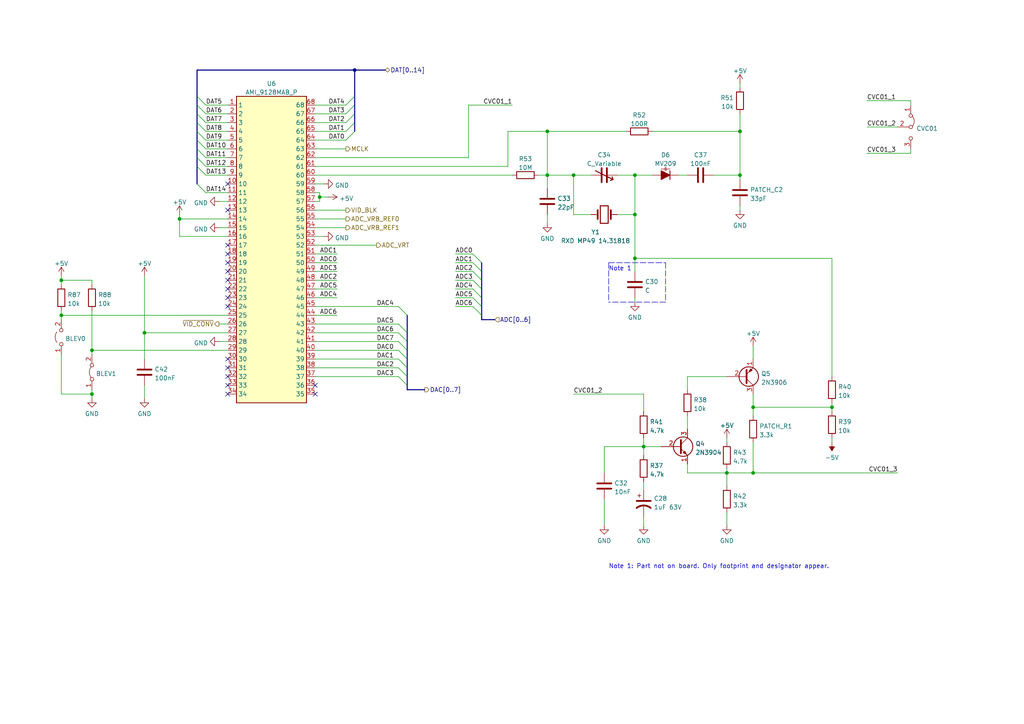
<source format=kicad_sch>
(kicad_sch (version 20211123) (generator eeschema)
  (paper "A4")
  (title_block (title "Video Processor (DSP)") (date "2023-07-23") (rev "4"))
  (lib_symbols
    (symbol "Device:C" (pin_numbers hide) (pin_names (offset 0.254))
      (property "Reference" "C" (at 0.635 2.54 0))
      (property "Value" "C" (at 0.635 -2.54 0))
      (symbol "C_0_1"
        (polyline (pts (xy -2.032 -0.762) (xy 2.032 -0.762)) (stroke (width 0.508)))
        (polyline (pts (xy -2.032 0.762) (xy 2.032 0.762)) (stroke (width 0.508)))
      )
      (symbol "C_1_1"
        (pin passive line (at 0 3.81 270) (length 2.794) (name "~") (number "1"))
        (pin passive line (at 0 -3.81 90) (length 2.794) (name "~") (number "2"))
      )
    )
    (symbol "Device:C_Polarized_US" (pin_numbers hide) (pin_names (offset 0.254) hide)
      (property "Reference" "C" (at 0.635 2.54 0))
      (property "Value" "C_Polarized_US" (at 0.635 -2.54 0))
      (symbol "C_Polarized_US_0_1"
        (polyline (pts (xy -2.032 0.762) (xy 2.032 0.762)) (stroke (width 0.508)))
        (polyline (pts (xy -1.778 2.286) (xy -0.762 2.286)))
        (polyline (pts (xy -1.27 1.778) (xy -1.27 2.794)))
        (arc (start 2.032 -1.27) (mid 0 -0.5572) (end -2.032 -1.27) (stroke (width 0.508)))
      )
      (symbol "C_Polarized_US_1_1"
        (pin passive line (at 0 3.81 270) (length 2.794) (name "~") (number "1"))
        (pin passive line (at 0 -3.81 90) (length 3.302) (name "~") (number "2"))
      )
    )
    (symbol "Device:C_Variable" (pin_numbers hide) (pin_names (offset 0.254) hide)
      (property "Reference" "C" (at 0.635 -1.905 0))
      (property "Value" "C_Variable" (at 0.635 -3.81 0))
      (symbol "C_Variable_0_1"
        (polyline (pts (xy -2.032 -0.762) (xy 2.032 -0.762)) (stroke (width 0.508)))
        (polyline (pts (xy -2.032 0.762) (xy 2.032 0.762)) (stroke (width 0.508)))
        (polyline (pts (xy 1.27 2.54) (xy -1.27 -2.54)) (stroke (width 0.3048)))
        (polyline (pts (xy 1.27 2.54) (xy 0.508 2.286)) (stroke (width 0.3048)))
        (polyline (pts (xy 1.27 2.54) (xy 1.524 1.778)) (stroke (width 0.3048)))
      )
      (symbol "C_Variable_1_1"
        (pin passive line (at 0 3.81 270) (length 3.048) (name "~") (number "1"))
        (pin passive line (at 0 -3.81 90) (length 3.048) (name "~") (number "2"))
      )
    )
    (symbol "Device:Crystal" (pin_numbers hide) (pin_names (offset 1.016) hide)
      (property "Reference" "Y" (at 0 3.81 0))
      (property "Value" "Crystal" (at 0 -3.81 0))
      (symbol "Crystal_0_1"
        (rectangle (start -1.143 2.54) (end 1.143 -2.54) (stroke (width 0.3048)))
        (polyline (pts (xy -2.54 0) (xy -1.905 0)))
        (polyline (pts (xy -1.905 -1.27) (xy -1.905 1.27)) (stroke (width 0.508)))
        (polyline (pts (xy 1.905 -1.27) (xy 1.905 1.27)) (stroke (width 0.508)))
        (polyline (pts (xy 2.54 0) (xy 1.905 0)))
      )
      (symbol "Crystal_1_1"
        (pin passive line (at -3.81 0 0) (length 1.27) (name "1") (number "1"))
        (pin passive line (at 3.81 0 180) (length 1.27) (name "2") (number "2"))
      )
    )
    (symbol "Device:D_Capacitance_Filled" (pin_numbers hide) (pin_names (offset 1.016) hide)
      (property "Reference" "D" (at 0 2.54 0))
      (property "Value" "D_Capacitance_Filled" (at 0 -3.302 0))
      (symbol "D_Capacitance_Filled_0_1"
        (polyline (pts (xy -1.27 -1.778) (xy -0.1524 -1.778)))
        (polyline (pts (xy -1.27 0) (xy 1.27 0)))
        (polyline (pts (xy -1.27 1.27) (xy -1.27 -1.27)) (stroke (width 0.254)))
        (polyline (pts (xy -0.1524 -1.27) (xy -0.1524 -2.286)))
        (polyline (pts (xy 0.1524 -1.778) (xy 1.27 -1.778)))
        (polyline (pts (xy 0.1524 -1.27) (xy 0.1524 -2.286)))
        (polyline (pts (xy 1.27 1.27) (xy 1.27 -1.27) (xy -1.27 0) (xy 1.27 1.27)) (stroke (width 0.254)) (fill (type outline)))
      )
      (symbol "D_Capacitance_Filled_1_1"
        (pin passive line (at -3.81 0 0) (length 2.54) (name "K") (number "1"))
        (pin passive line (at 3.81 0 180) (length 2.54) (name "A") (number "2"))
      )
    )
    (symbol "Device:R" (pin_numbers hide) (pin_names (offset 0))
      (property "Reference" "R" (at 2.032 0 90))
      (property "Value" "R" (at 0 0 90))
      (symbol "R_0_1"
        (rectangle (start -1.016 -2.54) (end 1.016 2.54) (stroke (width 0.254)))
      )
      (symbol "R_1_1"
        (pin passive line (at 0 3.81 270) (length 1.27) (name "~") (number "1"))
        (pin passive line (at 0 -3.81 90) (length 1.27) (name "~") (number "2"))
      )
    )
    (symbol "Jumper:Jumper_2_Bridged" (pin_names (offset 0) hide)
      (property "Reference" "JP" (at 0 1.905 0))
      (property "Value" "Jumper_2_Bridged" (at 0 -2.54 0))
      (symbol "Jumper_2_Bridged_0_0"
        (circle (center -2.032 0) (radius 0.508))
        (circle (center 2.032 0) (radius 0.508))
      )
      (symbol "Jumper_2_Bridged_0_1"
        (arc (start 1.524 0.254) (mid 0 0.762) (end -1.524 0.254))
      )
      (symbol "Jumper_2_Bridged_1_1"
        (pin passive line (at -5.08 0 0) (length 2.54) (name "A") (number "1"))
        (pin passive line (at 5.08 0 180) (length 2.54) (name "B") (number "2"))
      )
    )
    (symbol "Jumper:Jumper_2_Open" (pin_names (offset 0) hide)
      (property "Reference" "JP" (at 0 2.794 0))
      (property "Value" "Jumper_2_Open" (at 0 -2.286 0))
      (symbol "Jumper_2_Open_0_0"
        (circle (center -2.032 0) (radius 0.508))
        (circle (center 2.032 0) (radius 0.508))
      )
      (symbol "Jumper_2_Open_0_1"
        (arc (start 1.524 1.27) (mid 0 1.778) (end -1.524 1.27))
      )
      (symbol "Jumper_2_Open_1_1"
        (pin passive line (at -5.08 0 0) (length 2.54) (name "A") (number "1"))
        (pin passive line (at 5.08 0 180) (length 2.54) (name "B") (number "2"))
      )
    )
    (symbol "Jumper:Jumper_3_Bridged12" (pin_names (offset 0) hide)
      (property "Reference" "JP" (at -2.54 -2.54 0))
      (property "Value" "Jumper_3_Bridged12" (at 0 2.794 0))
      (symbol "Jumper_3_Bridged12_0_0"
        (circle (center -3.302 0) (radius 0.508))
        (circle (center 0 0) (radius 0.508))
        (circle (center 3.302 0) (radius 0.508))
      )
      (symbol "Jumper_3_Bridged12_0_1"
        (arc (start -0.254 0.508) (mid -1.651 0.9912) (end -3.048 0.508))
        (polyline (pts (xy 0 -1.27) (xy 0 -0.508)))
      )
      (symbol "Jumper_3_Bridged12_1_1"
        (pin passive line (at -6.35 0 0) (length 2.54) (name "A") (number "1"))
        (pin passive line (at 0 -3.81 90) (length 2.54) (name "C") (number "2"))
        (pin passive line (at 6.35 0 180) (length 2.54) (name "B") (number "3"))
      )
    )
    (symbol "Transistor_BJT:2N3904" (pin_names (offset 0) hide)
      (property "Reference" "Q" (at 5.08 1.905 0))
      (property "Value" "2N3904" (at 5.08 0 0))
      (symbol "2N3904_0_1"
        (polyline (pts (xy 0.635 0.635) (xy 2.54 2.54)))
        (polyline (pts (xy 0.635 -0.635) (xy 2.54 -2.54) (xy 2.54 -2.54)))
        (polyline (pts (xy 0.635 1.905) (xy 0.635 -1.905) (xy 0.635 -1.905)) (stroke (width 0.508)))
        (polyline (pts (xy 1.27 -1.778) (xy 1.778 -1.27) (xy 2.286 -2.286) (xy 1.27 -1.778) (xy 1.27 -1.778)) (fill (type outline)))
        (circle (center 1.27 0) (radius 2.8194) (stroke (width 0.254)))
      )
      (symbol "2N3904_1_1"
        (pin passive line (at 2.54 -5.08 90) (length 2.54) (name "E") (number "1"))
        (pin passive line (at -5.08 0 0) (length 5.715) (name "B") (number "2"))
        (pin passive line (at 2.54 5.08 270) (length 2.54) (name "C") (number "3"))
      )
    )
    (symbol "Transistor_BJT:2N3906" (pin_names (offset 0) hide)
      (property "Reference" "Q" (at 5.08 1.905 0))
      (property "Value" "2N3906" (at 5.08 0 0))
      (symbol "2N3906_0_1"
        (polyline (pts (xy 0.635 0.635) (xy 2.54 2.54)))
        (polyline (pts (xy 0.635 -0.635) (xy 2.54 -2.54) (xy 2.54 -2.54)))
        (polyline (pts (xy 0.635 1.905) (xy 0.635 -1.905) (xy 0.635 -1.905)) (stroke (width 0.508)))
        (polyline (pts (xy 2.286 -1.778) (xy 1.778 -2.286) (xy 1.27 -1.27) (xy 2.286 -1.778) (xy 2.286 -1.778)) (fill (type outline)))
        (circle (center 1.27 0) (radius 2.8194) (stroke (width 0.254)))
      )
      (symbol "2N3906_1_1"
        (pin passive line (at 2.54 -5.08 90) (length 2.54) (name "E") (number "1"))
        (pin input line (at -5.08 0 0) (length 5.715) (name "B") (number "2"))
        (pin passive line (at 2.54 5.08 270) (length 2.54) (name "C") (number "3"))
      )
    )
    (symbol "Videonics Proceessor Plus:AMI_9128MAB_P"
      (property "Reference" "U" (at -10.16 44.45 0))
      (property "Value" "AMI_9128MAB_P" (at -10.16 -46.99 0))
      (symbol "AMI_9128MAB_P_0_0"
        (rectangle (start -10.16 44.45) (end 10.16 -44.45) (stroke (width 0.254)) (fill (type background)))
      )
      (symbol "AMI_9128MAB_P_1_1"
        (pin passive line (at -12.7 41.91 0) (length 2.54) (name "1") (number "1"))
        (pin passive line (at -12.7 19.05 0) (length 2.54) (name "10") (number "10"))
        (pin passive line (at -12.7 16.51 0) (length 2.54) (name "11") (number "11"))
        (pin passive line (at -12.7 13.97 0) (length 2.54) (name "12") (number "12"))
        (pin passive line (at -12.7 11.43 0) (length 2.54) (name "13") (number "13"))
        (pin passive line (at -12.7 8.89 0) (length 2.54) (name "14") (number "14"))
        (pin passive line (at -12.7 6.35 0) (length 2.54) (name "15") (number "15"))
        (pin passive line (at -12.7 3.81 0) (length 2.54) (name "16") (number "16"))
        (pin passive line (at -12.7 1.27 0) (length 2.54) (name "17") (number "17"))
        (pin passive line (at -12.7 -1.27 0) (length 2.54) (name "18") (number "18"))
        (pin passive line (at -12.7 -3.81 0) (length 2.54) (name "19") (number "19"))
        (pin passive line (at -12.7 39.37 0) (length 2.54) (name "2") (number "2"))
        (pin passive line (at -12.7 -6.35 0) (length 2.54) (name "20") (number "20"))
        (pin passive line (at -12.7 -8.89 0) (length 2.54) (name "21") (number "21"))
        (pin passive line (at -12.7 -11.43 0) (length 2.54) (name "22") (number "22"))
        (pin passive line (at -12.7 -13.97 0) (length 2.54) (name "23") (number "23"))
        (pin passive line (at -12.7 -16.51 0) (length 2.54) (name "24") (number "24"))
        (pin passive line (at -12.7 -19.05 0) (length 2.54) (name "25") (number "25"))
        (pin passive line (at -12.7 -21.59 0) (length 2.54) (name "26") (number "26"))
        (pin passive line (at -12.7 -24.13 0) (length 2.54) (name "27") (number "27"))
        (pin passive line (at -12.7 -26.67 0) (length 2.54) (name "28") (number "28"))
        (pin passive line (at -12.7 -29.21 0) (length 2.54) (name "29") (number "29"))
        (pin passive line (at -12.7 36.83 0) (length 2.54) (name "3") (number "3"))
        (pin passive line (at -12.7 -31.75 0) (length 2.54) (name "30") (number "30"))
        (pin passive line (at -12.7 -34.29 0) (length 2.54) (name "31") (number "31"))
        (pin passive line (at -12.7 -36.83 0) (length 2.54) (name "32") (number "32"))
        (pin passive line (at -12.7 -39.37 0) (length 2.54) (name "33") (number "33"))
        (pin passive line (at -12.7 -41.91 0) (length 2.54) (name "34") (number "34"))
        (pin passive line (at 12.7 -41.91 180) (length 2.54) (name "35") (number "35"))
        (pin passive line (at 12.7 -39.37 180) (length 2.54) (name "36") (number "36"))
        (pin passive line (at 12.7 -36.83 180) (length 2.54) (name "37") (number "37"))
        (pin passive line (at 12.7 -34.29 180) (length 2.54) (name "38") (number "38"))
        (pin passive line (at 12.7 -31.75 180) (length 2.54) (name "39") (number "39"))
        (pin passive line (at -12.7 34.29 0) (length 2.54) (name "4") (number "4"))
        (pin passive line (at 12.7 -29.21 180) (length 2.54) (name "40") (number "40"))
        (pin passive line (at 12.7 -26.67 180) (length 2.54) (name "41") (number "41"))
        (pin passive line (at 12.7 -24.13 180) (length 2.54) (name "42") (number "42"))
        (pin passive line (at 12.7 -21.59 180) (length 2.54) (name "43") (number "43"))
        (pin passive line (at 12.7 -19.05 180) (length 2.54) (name "44") (number "44"))
        (pin passive line (at 12.7 -16.51 180) (length 2.54) (name "45") (number "45"))
        (pin passive line (at 12.7 -13.97 180) (length 2.54) (name "46") (number "46"))
        (pin passive line (at 12.7 -11.43 180) (length 2.54) (name "47") (number "47"))
        (pin passive line (at 12.7 -8.89 180) (length 2.54) (name "48") (number "48"))
        (pin passive line (at 12.7 -6.35 180) (length 2.54) (name "49") (number "49"))
        (pin passive line (at -12.7 31.75 0) (length 2.54) (name "5") (number "5"))
        (pin passive line (at 12.7 -3.81 180) (length 2.54) (name "50") (number "50"))
        (pin passive line (at 12.7 -1.27 180) (length 2.54) (name "51") (number "51"))
        (pin passive line (at 12.7 1.27 180) (length 2.54) (name "52") (number "52"))
        (pin passive line (at 12.7 3.81 180) (length 2.54) (name "53") (number "53"))
        (pin passive line (at 12.7 6.35 180) (length 2.54) (name "54") (number "54"))
        (pin passive line (at 12.7 8.89 180) (length 2.54) (name "55") (number "55"))
        (pin passive line (at 12.7 11.43 180) (length 2.54) (name "56") (number "56"))
        (pin passive line (at 12.7 13.97 180) (length 2.54) (name "57") (number "57"))
        (pin passive line (at 12.7 16.51 180) (length 2.54) (name "58") (number "58"))
        (pin passive line (at 12.7 19.05 180) (length 2.54) (name "59") (number "59"))
        (pin passive line (at -12.7 29.21 0) (length 2.54) (name "6") (number "6"))
        (pin passive line (at 12.7 21.59 180) (length 2.54) (name "60") (number "60"))
        (pin passive line (at 12.7 24.13 180) (length 2.54) (name "61") (number "61"))
        (pin passive line (at 12.7 26.67 180) (length 2.54) (name "62") (number "62"))
        (pin passive line (at 12.7 29.21 180) (length 2.54) (name "63") (number "63"))
        (pin passive line (at 12.7 31.75 180) (length 2.54) (name "64") (number "64"))
        (pin passive line (at 12.7 34.29 180) (length 2.54) (name "65") (number "65"))
        (pin passive line (at 12.7 36.83 180) (length 2.54) (name "66") (number "66"))
        (pin passive line (at 12.7 39.37 180) (length 2.54) (name "67") (number "67"))
        (pin passive line (at 12.7 41.91 180) (length 2.54) (name "68") (number "68"))
        (pin passive line (at -12.7 26.67 0) (length 2.54) (name "7") (number "7"))
        (pin passive line (at -12.7 24.13 0) (length 2.54) (name "8") (number "8"))
        (pin passive line (at -12.7 21.59 0) (length 2.54) (name "9") (number "9"))
      )
    )
    (symbol "power:+5V" (power) (pin_names (offset 0))
      (property "Value" "+5V" (at 0 3.556 0))
      (symbol "+5V_0_1"
        (polyline (pts (xy -0.762 1.27) (xy 0 2.54)))
        (polyline (pts (xy 0 0) (xy 0 2.54)))
        (polyline (pts (xy 0 2.54) (xy 0.762 1.27)))
      )
      (symbol "+5V_1_1"
        (pin power_in line (at 0 0 90) (length 0) hide (name "+5V") (number "1"))
      )
    )
    (symbol "power:-5V" (power) (pin_names (offset 0))
      (property "Value" "-5V" (at 0 3.81 0))
      (symbol "-5V_0_0"
        (pin power_in line (at 0 0 90) (length 0) hide (name "-5V") (number "1"))
      )
      (symbol "-5V_0_1"
        (polyline (pts (xy 0 0) (xy 0 1.27) (xy 0.762 1.27) (xy 0 2.54) (xy -0.762 1.27) (xy 0 1.27)) (fill (type outline)))
      )
    )
    (symbol "power:GND" (power) (pin_names (offset 0))
      (property "Value" "GND" (at 0 -3.81 0))
      (symbol "GND_0_1"
        (polyline (pts (xy 0 0) (xy 0 -1.27) (xy 1.27 -1.27) (xy 0 -2.54) (xy -1.27 -1.27) (xy 0 -1.27)))
      )
      (symbol "GND_1_1"
        (pin power_in line (at 0 0 270) (length 0) hide (name "GND") (number "1"))
      )
    )
  )
  (junction (at 241.3 118.11))
  (junction (at 184.15 62.23))
  (junction (at 92.71 57.15))
  (junction (at 158.75 50.8))
  (junction (at 17.78 91.44))
  (junction (at 214.63 50.8))
  (junction (at 218.44 118.11))
  (junction (at 184.15 74.93))
  (junction (at 26.67 101.6))
  (junction (at 214.63 38.1))
  (junction (at 26.67 114.3))
  (junction (at 41.91 96.52))
  (junction (at 218.44 137.16))
  (junction (at 184.15 50.8))
  (junction (at 166.37 50.8))
  (junction (at 52.07 63.5))
  (junction (at 102.87 20.32))
  (junction (at 210.82 137.16))
  (junction (at 186.69 129.54))
  (junction (at 158.75 38.1))
  (junction (at 17.78 81.28))
  (no_connect (at 66.04 73.66))
  (no_connect (at 66.04 106.68))
  (no_connect (at 66.04 114.3))
  (no_connect (at 66.04 109.22))
  (no_connect (at 66.04 111.76))
  (no_connect (at 66.04 86.36))
  (no_connect (at 66.04 88.9))
  (no_connect (at 66.04 104.14))
  (no_connect (at 66.04 71.12))
  (no_connect (at 91.44 111.76))
  (no_connect (at 66.04 53.34))
  (no_connect (at 66.04 78.74))
  (no_connect (at 66.04 60.96))
  (no_connect (at 91.44 114.3))
  (no_connect (at 66.04 81.28))
  (no_connect (at 66.04 76.2))
  (no_connect (at 66.04 83.82))
  (bus_entry (at 57.15 33.02) (size 2.54 2.54))
  (bus_entry (at 102.87 35.56) (size -2.54 2.54))
  (bus_entry (at 115.57 101.6) (size 2.54 2.54))
  (bus_entry (at 102.87 30.48) (size -2.54 2.54))
  (bus_entry (at 139.7 76.2) (size -2.54 -2.54))
  (bus_entry (at 115.57 96.52) (size 2.54 2.54))
  (bus_entry (at 139.7 91.44) (size -2.54 -2.54))
  (bus_entry (at 57.15 53.34) (size 2.54 2.54))
  (bus_entry (at 57.15 48.26) (size 2.54 2.54))
  (bus_entry (at 115.57 109.22) (size 2.54 2.54))
  (bus_entry (at 57.15 35.56) (size 2.54 2.54))
  (bus_entry (at 115.57 88.9) (size 2.54 2.54))
  (bus_entry (at 139.7 81.28) (size -2.54 -2.54))
  (bus_entry (at 139.7 88.9) (size -2.54 -2.54))
  (bus_entry (at 139.7 78.74) (size -2.54 -2.54))
  (bus_entry (at 102.87 33.02) (size -2.54 2.54))
  (bus_entry (at 57.15 45.72) (size 2.54 2.54))
  (bus_entry (at 139.7 83.82) (size -2.54 -2.54))
  (bus_entry (at 57.15 27.94) (size 2.54 2.54))
  (bus_entry (at 139.7 86.36) (size -2.54 -2.54))
  (bus_entry (at 57.15 40.64) (size 2.54 2.54))
  (bus_entry (at 115.57 104.14) (size 2.54 2.54))
  (bus_entry (at 57.15 30.48) (size 2.54 2.54))
  (bus_entry (at 115.57 106.68) (size 2.54 2.54))
  (bus_entry (at 115.57 99.06) (size 2.54 2.54))
  (bus_entry (at 102.87 38.1) (size -2.54 2.54))
  (bus_entry (at 115.57 93.98) (size 2.54 2.54))
  (bus_entry (at 57.15 38.1) (size 2.54 2.54))
  (bus_entry (at 102.87 27.94) (size -2.54 2.54))
  (bus_entry (at 57.15 43.18) (size 2.54 2.54))
  (bus (pts (xy 118.11 113.03) (xy 123.19 113.03)))
  (wire (pts (xy 91.44 88.9) (xy 115.57 88.9)))
  (wire (pts (xy 132.08 78.74) (xy 137.16 78.74)))
  (wire (pts (xy 189.23 50.8) (xy 184.15 50.8)))
  (wire (pts (xy 132.08 73.66) (xy 137.16 73.66)))
  (wire (pts (xy 241.3 116.84) (xy 241.3 118.11)))
  (wire (pts (xy 158.75 50.8) (xy 158.75 54.61)))
  (bus (pts (xy 118.11 106.68) (xy 118.11 109.22)))
  (wire (pts (xy 59.69 35.56) (xy 66.04 35.56)))
  (wire (pts (xy 207.01 50.8) (xy 214.63 50.8)))
  (bus (pts (xy 139.7 78.74) (xy 139.7 81.28)))
  (wire (pts (xy 132.08 76.2) (xy 137.16 76.2)))
  (wire (pts (xy 158.75 38.1) (xy 181.61 38.1)))
  (wire (pts (xy 264.16 30.48) (xy 264.16 29.21)))
  (wire (pts (xy 91.44 96.52) (xy 115.57 96.52)))
  (bus (pts (xy 118.11 109.22) (xy 118.11 111.76)))
  (wire (pts (xy 91.44 58.42) (xy 92.71 58.42)))
  (wire (pts (xy 186.69 119.38) (xy 186.69 114.3)))
  (wire (pts (xy 184.15 86.36) (xy 184.15 87.63)))
  (wire (pts (xy 241.3 74.93) (xy 241.3 109.22)))
  (wire (pts (xy 26.67 101.6) (xy 26.67 102.87)))
  (wire (pts (xy 241.3 118.11) (xy 241.3 119.38)))
  (wire (pts (xy 17.78 114.3) (xy 26.67 114.3)))
  (bus (pts (xy 118.11 96.52) (xy 118.11 91.44)))
  (wire (pts (xy 91.44 91.44) (xy 97.79 91.44)))
  (wire (pts (xy 184.15 74.93) (xy 241.3 74.93)))
  (bus (pts (xy 102.87 35.56) (xy 102.87 38.1)))
  (wire (pts (xy 214.63 38.1) (xy 214.63 50.8)))
  (wire (pts (xy 41.91 111.76) (xy 41.91 115.57)))
  (bus (pts (xy 139.7 86.36) (xy 139.7 88.9)))
  (wire (pts (xy 52.07 68.58) (xy 66.04 68.58)))
  (wire (pts (xy 91.44 83.82) (xy 97.79 83.82)))
  (bus (pts (xy 118.11 104.14) (xy 118.11 101.6)))
  (wire (pts (xy 91.44 60.96) (xy 100.33 60.96)))
  (wire (pts (xy 26.67 90.17) (xy 26.67 101.6)))
  (bus (pts (xy 102.87 27.94) (xy 102.87 30.48)))
  (wire (pts (xy 199.39 137.16) (xy 199.39 134.62)))
  (wire (pts (xy 17.78 81.28) (xy 17.78 82.55)))
  (bus (pts (xy 102.87 30.48) (xy 102.87 33.02)))
  (wire (pts (xy 218.44 120.65) (xy 218.44 118.11)))
  (bus (pts (xy 102.87 33.02) (xy 102.87 35.56)))
  (wire (pts (xy 91.44 78.74) (xy 97.79 78.74)))
  (wire (pts (xy 214.63 59.69) (xy 214.63 60.96)))
  (wire (pts (xy 210.82 140.97) (xy 210.82 137.16)))
  (bus (pts (xy 57.15 35.56) (xy 57.15 38.1)))
  (wire (pts (xy 26.67 82.55) (xy 26.67 81.28)))
  (wire (pts (xy 91.44 66.04) (xy 100.33 66.04)))
  (wire (pts (xy 52.07 63.5) (xy 52.07 68.58)))
  (bus (pts (xy 57.15 38.1) (xy 57.15 40.64)))
  (wire (pts (xy 186.69 139.7) (xy 186.69 142.24)))
  (wire (pts (xy 26.67 114.3) (xy 26.67 115.57)))
  (wire (pts (xy 59.69 33.02) (xy 66.04 33.02)))
  (bus (pts (xy 118.11 101.6) (xy 118.11 99.06)))
  (wire (pts (xy 186.69 129.54) (xy 191.77 129.54)))
  (wire (pts (xy 175.26 137.16) (xy 175.26 129.54)))
  (wire (pts (xy 210.82 127) (xy 210.82 128.27)))
  (wire (pts (xy 158.75 50.8) (xy 166.37 50.8)))
  (wire (pts (xy 241.3 127) (xy 241.3 128.27)))
  (wire (pts (xy 199.39 109.22) (xy 199.39 113.03)))
  (wire (pts (xy 17.78 90.17) (xy 17.78 91.44)))
  (wire (pts (xy 135.89 30.48) (xy 148.59 30.48)))
  (bus (pts (xy 139.7 81.28) (xy 139.7 83.82)))
  (wire (pts (xy 92.71 58.42) (xy 92.71 57.15)))
  (wire (pts (xy 92.71 55.88) (xy 91.44 55.88)))
  (wire (pts (xy 132.08 81.28) (xy 137.16 81.28)))
  (wire (pts (xy 91.44 81.28) (xy 97.79 81.28)))
  (bus (pts (xy 139.7 83.82) (xy 139.7 86.36)))
  (wire (pts (xy 52.07 62.23) (xy 52.07 63.5)))
  (wire (pts (xy 218.44 128.27) (xy 218.44 137.16)))
  (wire (pts (xy 147.32 38.1) (xy 158.75 38.1)))
  (wire (pts (xy 214.63 50.8) (xy 214.63 52.07)))
  (wire (pts (xy 166.37 50.8) (xy 171.45 50.8)))
  (wire (pts (xy 199.39 120.65) (xy 199.39 124.46)))
  (wire (pts (xy 91.44 43.18) (xy 100.33 43.18)))
  (bus (pts (xy 139.7 91.44) (xy 139.7 92.71)))
  (wire (pts (xy 91.44 99.06) (xy 115.57 99.06)))
  (wire (pts (xy 184.15 74.93) (xy 184.15 62.23)))
  (wire (pts (xy 186.69 129.54) (xy 186.69 132.08)))
  (wire (pts (xy 17.78 80.01) (xy 17.78 81.28)))
  (bus (pts (xy 118.11 111.76) (xy 118.11 113.03)))
  (wire (pts (xy 59.69 38.1) (xy 66.04 38.1)))
  (wire (pts (xy 26.67 113.03) (xy 26.67 114.3)))
  (wire (pts (xy 184.15 50.8) (xy 179.07 50.8)))
  (wire (pts (xy 218.44 137.16) (xy 210.82 137.16)))
  (wire (pts (xy 41.91 96.52) (xy 66.04 96.52)))
  (wire (pts (xy 17.78 102.87) (xy 17.78 114.3)))
  (wire (pts (xy 251.46 44.45) (xy 264.16 44.45)))
  (bus (pts (xy 139.7 88.9) (xy 139.7 91.44)))
  (wire (pts (xy 63.5 99.06) (xy 66.04 99.06)))
  (wire (pts (xy 66.04 63.5) (xy 52.07 63.5)))
  (wire (pts (xy 186.69 149.86) (xy 186.69 152.4)))
  (wire (pts (xy 210.82 109.22) (xy 199.39 109.22)))
  (bus (pts (xy 118.11 99.06) (xy 118.11 96.52)))
  (polyline (pts (xy 176.53 76.2) (xy 193.04 76.2)))
  (wire (pts (xy 91.44 63.5) (xy 100.33 63.5)))
  (wire (pts (xy 132.08 83.82) (xy 137.16 83.82)))
  (wire (pts (xy 91.44 109.22) (xy 115.57 109.22)))
  (wire (pts (xy 210.82 137.16) (xy 199.39 137.16)))
  (wire (pts (xy 91.44 86.36) (xy 97.79 86.36)))
  (bus (pts (xy 57.15 20.32) (xy 57.15 27.94)))
  (wire (pts (xy 92.71 57.15) (xy 95.25 57.15)))
  (polyline (pts (xy 193.04 76.2) (xy 193.04 87.63)))
  (wire (pts (xy 218.44 100.33) (xy 218.44 104.14)))
  (bus (pts (xy 118.11 106.68) (xy 118.11 104.14)))
  (wire (pts (xy 91.44 71.12) (xy 109.22 71.12)))
  (wire (pts (xy 175.26 129.54) (xy 186.69 129.54)))
  (wire (pts (xy 59.69 45.72) (xy 66.04 45.72)))
  (wire (pts (xy 218.44 114.3) (xy 218.44 118.11)))
  (wire (pts (xy 91.44 104.14) (xy 115.57 104.14)))
  (wire (pts (xy 166.37 62.23) (xy 166.37 50.8)))
  (wire (pts (xy 41.91 96.52) (xy 41.91 104.14)))
  (wire (pts (xy 179.07 62.23) (xy 184.15 62.23)))
  (wire (pts (xy 214.63 24.13) (xy 214.63 25.4)))
  (wire (pts (xy 91.44 68.58) (xy 93.98 68.58)))
  (wire (pts (xy 251.46 29.21) (xy 264.16 29.21)))
  (wire (pts (xy 196.85 50.8) (xy 199.39 50.8)))
  (wire (pts (xy 158.75 38.1) (xy 158.75 50.8)))
  (bus (pts (xy 57.15 33.02) (xy 57.15 35.56)))
  (wire (pts (xy 92.71 57.15) (xy 92.71 55.88)))
  (wire (pts (xy 59.69 50.8) (xy 66.04 50.8)))
  (wire (pts (xy 91.44 73.66) (xy 97.79 73.66)))
  (wire (pts (xy 156.21 50.8) (xy 158.75 50.8)))
  (bus (pts (xy 139.7 76.2) (xy 139.7 78.74)))
  (wire (pts (xy 63.5 58.42) (xy 66.04 58.42)))
  (bus (pts (xy 102.87 20.32) (xy 111.76 20.32)))
  (wire (pts (xy 26.67 81.28) (xy 17.78 81.28)))
  (wire (pts (xy 184.15 74.93) (xy 184.15 78.74)))
  (wire (pts (xy 264.16 43.18) (xy 264.16 44.45)))
  (wire (pts (xy 135.89 45.72) (xy 135.89 30.48)))
  (wire (pts (xy 214.63 33.02) (xy 214.63 38.1)))
  (bus (pts (xy 102.87 20.32) (xy 102.87 27.94)))
  (wire (pts (xy 218.44 137.16) (xy 260.35 137.16)))
  (wire (pts (xy 132.08 88.9) (xy 137.16 88.9)))
  (polyline (pts (xy 176.53 76.2) (xy 176.53 87.63)))
  (bus (pts (xy 57.15 48.26) (xy 57.15 53.34)))
  (wire (pts (xy 241.3 118.11) (xy 218.44 118.11)))
  (wire (pts (xy 175.26 144.78) (xy 175.26 152.4)))
  (wire (pts (xy 63.5 66.04) (xy 66.04 66.04)))
  (wire (pts (xy 251.46 36.83) (xy 260.35 36.83)))
  (wire (pts (xy 171.45 62.23) (xy 166.37 62.23)))
  (bus (pts (xy 57.15 43.18) (xy 57.15 45.72)))
  (wire (pts (xy 91.44 35.56) (xy 100.33 35.56)))
  (wire (pts (xy 91.44 50.8) (xy 148.59 50.8)))
  (wire (pts (xy 91.44 33.02) (xy 100.33 33.02)))
  (wire (pts (xy 17.78 91.44) (xy 17.78 92.71)))
  (wire (pts (xy 59.69 30.48) (xy 66.04 30.48)))
  (wire (pts (xy 91.44 48.26) (xy 147.32 48.26)))
  (bus (pts (xy 57.15 45.72) (xy 57.15 48.26)))
  (wire (pts (xy 17.78 91.44) (xy 66.04 91.44)))
  (wire (pts (xy 66.04 101.6) (xy 26.67 101.6)))
  (wire (pts (xy 186.69 129.54) (xy 186.69 127)))
  (wire (pts (xy 91.44 106.68) (xy 115.57 106.68)))
  (wire (pts (xy 91.44 101.6) (xy 115.57 101.6)))
  (wire (pts (xy 189.23 38.1) (xy 214.63 38.1)))
  (polyline (pts (xy 193.04 87.63) (xy 176.53 87.63)))
  (wire (pts (xy 63.5 93.98) (xy 66.04 93.98)))
  (bus (pts (xy 143.51 92.71) (xy 139.7 92.71)))
  (wire (pts (xy 91.44 93.98) (xy 115.57 93.98)))
  (wire (pts (xy 147.32 48.26) (xy 147.32 38.1)))
  (bus (pts (xy 57.15 30.48) (xy 57.15 33.02)))
  (wire (pts (xy 41.91 80.01) (xy 41.91 96.52)))
  (bus (pts (xy 57.15 40.64) (xy 57.15 43.18)))
  (wire (pts (xy 59.69 48.26) (xy 66.04 48.26)))
  (wire (pts (xy 59.69 40.64) (xy 66.04 40.64)))
  (wire (pts (xy 210.82 148.59) (xy 210.82 152.4)))
  (wire (pts (xy 132.08 86.36) (xy 137.16 86.36)))
  (wire (pts (xy 59.69 43.18) (xy 66.04 43.18)))
  (wire (pts (xy 91.44 40.64) (xy 100.33 40.64)))
  (wire (pts (xy 91.44 76.2) (xy 97.79 76.2)))
  (wire (pts (xy 186.69 114.3) (xy 166.37 114.3)))
  (wire (pts (xy 158.75 62.23) (xy 158.75 64.77)))
  (bus (pts (xy 57.15 27.94) (xy 57.15 30.48)))
  (wire (pts (xy 91.44 38.1) (xy 100.33 38.1)))
  (wire (pts (xy 184.15 62.23) (xy 184.15 50.8)))
  (wire (pts (xy 210.82 135.89) (xy 210.82 137.16)))
  (wire (pts (xy 91.44 30.48) (xy 100.33 30.48)))
  (wire (pts (xy 91.44 45.72) (xy 135.89 45.72)))
  (bus (pts (xy 102.87 20.32) (xy 57.15 20.32)))
  (wire (pts (xy 91.44 53.34) (xy 93.98 53.34)))
  (wire (pts (xy 59.69 55.88) (xy 66.04 55.88)))
  (text "Note 1" (at 176.53 78.74 0) (effects (font (size 1.27 1.27)) (justify left bottom)))
  (text "Note 1: Part not on board. Only footprint and designator appear." (at 176.53 165.1 0) (effects (font (size 1.27 1.27)) (justify left bottom)))
  (label "ADC5" (at 97.79 83.82 180))
  (label "ADC2" (at 97.79 81.28 180))
  (label "ADC4" (at 97.79 86.36 180))
  (label "ADC2" (at 132.08 78.74 0))
  (label "DAC1" (at 109.22 104.14 0))
  (label "DAC0" (at 109.22 101.6 0))
  (label "ADC0" (at 132.08 73.66 0))
  (label "ADC6" (at 97.79 91.44 180))
  (label "CVC01_1" (at 251.46 29.21 0))
  (label "ADC1" (at 132.08 76.2 0))
  (label "CVC01_3" (at 260.35 137.16 180))
  (label "CVC01_1" (at 148.59 30.48 180))
  (label "DAC7" (at 109.22 99.06 0))
  (label "DAT9" (at 59.69 40.64 0))
  (label "ADC4" (at 132.08 83.82 0))
  (label "DAT12" (at 59.69 48.26 0))
  (label "ADC1" (at 97.79 73.66 180))
  (label "ADC3" (at 97.79 78.74 180))
  (label "ADC5" (at 132.08 86.36 0))
  (label "DAT8" (at 59.69 38.1 0))
  (label "DAT0" (at 95.25 40.64 0))
  (label "DAT14" (at 59.69 55.88 0))
  (label "DAC3" (at 109.22 109.22 0))
  (label "DAC4" (at 109.22 88.9 0))
  (label "DAT10" (at 59.69 43.18 0))
  (label "DAC5" (at 109.22 93.98 0))
  (label "DAC6" (at 109.22 96.52 0))
  (label "DAT2" (at 95.25 35.56 0))
  (label "DAT3" (at 95.25 33.02 0))
  (label "DAT7" (at 59.69 35.56 0))
  (label "ADC0" (at 97.79 76.2 180))
  (label "DAT5" (at 59.69 30.48 0))
  (label "DAT13" (at 59.69 50.8 0))
  (label "ADC3" (at 132.08 81.28 0))
  (label "DAT6" (at 59.69 33.02 0))
  (label "DAT1" (at 95.25 38.1 0))
  (label "DAT4" (at 95.25 30.48 0))
  (label "DAC2" (at 109.22 106.68 0))
  (label "CVC01_2" (at 166.37 114.3 0))
  (label "DAT11" (at 59.69 45.72 0))
  (label "CVC01_2" (at 251.46 36.83 0))
  (label "CVC01_3" (at 251.46 44.45 0))
  (label "ADC6" (at 132.08 88.9 0))
  (hierarchical_label "MCLK" (shape output) (at 100.33 43.18 0))
  (hierarchical_label "DAT[0..14]" (shape bidirectional) (at 111.76 20.32 0))
  (hierarchical_label "ADC_VRB_REF0" (shape output) (at 100.33 63.5 0))
  (hierarchical_label "~{VID_CONV}" (shape output) (at 63.5 93.98 180))
  (hierarchical_label "DAC[0..7]" (shape output) (at 123.19 113.03 0))
  (hierarchical_label "ADC_VRB_REF1" (shape output) (at 100.33 66.04 0))
  (hierarchical_label "ADC_VRT" (shape output) (at 109.22 71.12 0))
  (hierarchical_label "VID_BLK" (shape output) (at 100.33 60.96 0))
  (hierarchical_label "ADC[0..6]" (shape input) (at 143.51 92.71 0))
  (symbol (lib_id "Device:C_Polarized_US") (at 186.69 146.05 0) (unit 1)
    (property "Reference" "C28" (at 189.611 144.5803 0) (effects (justify left)))
    (property "Value" "1uF 63V" (at 189.611 147.1172 0) (effects (justify left)))
  )
  (symbol (lib_id "Device:C") (at 203.2 50.8 90) (unit 1)
    (property "Reference" "C37" (at 203.2 44.9412 90))
    (property "Value" "100nF" (at 203.2 47.4781 90))
  )
  (symbol (lib_id "Device:R") (at 17.78 86.36 0) (unit 1)
    (property "Reference" "R87" (at 19.558 85.5253 0) (effects (justify left)))
    (property "Value" "10k" (at 19.558 88.0622 0) (effects (justify left)))
  )
  (symbol (lib_id "power:GND") (at 158.75 64.77 0) (unit 1)
    (property "Reference" "#PWR0163" (effects hide))
    (property "Value" "GND" (at 158.75 69.2134 0))
  )
  (symbol (lib_id "Device:R") (at 210.82 144.78 0) (unit 1)
    (property "Reference" "R42" (at 212.598 143.9453 0) (effects (justify left)))
    (property "Value" "3.3k" (at 212.598 146.4822 0) (effects (justify left)))
  )
  (symbol (lib_id "power:GND") (at 186.69 152.4 0) (unit 1)
    (property "Reference" "#PWR0166" (effects hide))
    (property "Value" "GND" (at 186.69 156.8434 0))
  )
  (symbol (lib_id "Videonics Proceessor Plus:AMI_9128MAB_P") (at 78.74 72.39 0) (unit 1)
    (property "Reference" "U6" (at 78.74 24.2402 0))
    (property "Value" "AMI_9128MAB_P" (at 78.74 26.7771 0))
  )
  (symbol (lib_id "power:+5V") (at 95.25 57.15 270) (unit 1)
    (property "Reference" "#PWR0159" (effects hide))
    (property "Value" "+5V" (at 98.425 57.5838 90) (effects (justify left)))
  )
  (symbol (lib_id "Device:C") (at 214.63 55.88 0) (unit 1)
    (property "Reference" "PATCH_C2" (at 217.551 55.0453 0) (effects (justify left)))
    (property "Value" "33pF" (at 217.551 57.5822 0) (effects (justify left)))
  )
  (symbol (lib_id "Device:R") (at 26.67 86.36 0) (unit 1)
    (property "Reference" "R88" (at 28.448 85.5253 0) (effects (justify left)))
    (property "Value" "10k" (at 28.448 88.0622 0) (effects (justify left)))
  )
  (symbol (lib_id "Jumper:Jumper_2_Bridged") (at 26.67 107.95 90) (unit 1)
    (property "Reference" "BLEV1" (at 27.813 108.3838 90) (effects (justify right)))
    (property "Value" "BLEV1" (effects hide))
  )
  (symbol (lib_id "power:-5V") (at 241.3 128.27 180) (unit 1)
    (property "Reference" "#PWR0170" (effects hide))
    (property "Value" "-5V" (at 241.3 132.7134 0))
  )
  (symbol (lib_id "power:GND") (at 175.26 152.4 0) (unit 1)
    (property "Reference" "#PWR0167" (effects hide))
    (property "Value" "GND" (at 175.26 156.8434 0))
  )
  (symbol (lib_id "power:GND") (at 210.82 152.4 0) (unit 1)
    (property "Reference" "#PWR0165" (effects hide))
    (property "Value" "GND" (at 210.82 156.8434 0))
  )
  (symbol (lib_id "power:GND") (at 214.63 60.96 0) (unit 1)
    (property "Reference" "#PWR0162" (effects hide))
    (property "Value" "GND" (at 214.63 65.4034 0))
  )
  (symbol (lib_id "power:GND") (at 63.5 58.42 270) (unit 1)
    (property "Reference" "#PWR0156" (effects hide))
    (property "Value" "GND" (at 60.3251 58.8538 90) (effects (justify right)))
  )
  (symbol (lib_id "Device:Crystal") (at 175.26 62.23 0) (unit 1)
    (property "Reference" "Y1" (at 172.72 67.3131 0))
    (property "Value" "RXD MP49 14.31818" (at 172.72 69.85 0))
  )
  (symbol (lib_id "Transistor_BJT:2N3904") (at 196.85 129.54 0) (unit 1)
    (property "Reference" "Q4" (at 201.7014 128.7053 0) (effects (justify left)))
    (property "Value" "2N3904" (at 201.7014 131.2422 0) (effects (justify left)))
    (property "Footprint" "Package_TO_SOT_THT:TO-92_Inline" (effects hide))
    (property "Datasheet" "https://www.onsemi.com/pub/Collateral/2N3903-D.PDF" (effects hide))
  )
  (symbol (lib_id "power:+5V") (at 218.44 100.33 0) (unit 1)
    (property "Reference" "#PWR0169" (effects hide))
    (property "Value" "+5V" (at 218.44 96.7542 0))
  )
  (symbol (lib_id "power:GND") (at 63.5 99.06 270) (unit 1)
    (property "Reference" "#PWR0153" (effects hide))
    (property "Value" "GND" (at 60.3251 99.4938 90) (effects (justify right)))
  )
  (symbol (lib_id "Device:R") (at 185.42 38.1 270) (mirror x) (unit 1)
    (property "Reference" "R52" (at 185.42 33.3842 90))
    (property "Value" "100R" (at 185.42 35.9211 90))
  )
  (symbol (lib_id "power:GND") (at 41.91 115.57 0) (unit 1)
    (property "Reference" "#PWR0154" (effects hide))
    (property "Value" "GND" (at 41.91 120.0134 0))
  )
  (symbol (lib_id "power:GND") (at 63.5 66.04 270) (unit 1)
    (property "Reference" "#PWR0157" (effects hide))
    (property "Value" "GND" (at 60.3251 66.4738 90) (effects (justify right)))
  )
  (symbol (lib_id "Device:R") (at 241.3 123.19 0) (unit 1)
    (property "Reference" "R39" (at 243.078 122.3553 0) (effects (justify left)))
    (property "Value" "10k" (at 243.078 124.8922 0) (effects (justify left)))
  )
  (symbol (lib_id "power:+5V") (at 17.78 80.01 0) (unit 1)
    (property "Reference" "#PWR0116" (effects hide))
    (property "Value" "+5V" (at 17.78 76.4342 0))
  )
  (symbol (lib_id "Device:R") (at 186.69 135.89 180) (unit 1)
    (property "Reference" "R37" (at 188.468 135.0553 0) (effects (justify right)))
    (property "Value" "4.7k" (at 188.468 137.5922 0) (effects (justify right)))
  )
  (symbol (lib_id "Device:R") (at 241.3 113.03 0) (unit 1)
    (property "Reference" "R40" (at 243.078 112.1953 0) (effects (justify left)))
    (property "Value" "10k" (at 243.078 114.7322 0) (effects (justify left)))
  )
  (symbol (lib_id "power:GND") (at 26.67 115.57 0) (unit 1)
    (property "Reference" "#PWR0115" (effects hide))
    (property "Value" "GND" (at 26.67 120.0134 0))
  )
  (symbol (lib_id "power:+5V") (at 41.91 80.01 0) (unit 1)
    (property "Reference" "#PWR0155" (effects hide))
    (property "Value" "+5V" (at 41.91 76.4342 0))
  )
  (symbol (lib_id "power:GND") (at 93.98 68.58 90) (unit 1)
    (property "Reference" "#PWR0158" (effects hide))
    (property "Value" "GND" (at 97.155 69.0138 90) (effects (justify right)))
  )
  (symbol (lib_id "power:+5V") (at 214.63 24.13 0) (unit 1)
    (property "Reference" "#PWR0161" (effects hide))
    (property "Value" "+5V" (at 214.63 20.5542 0))
  )
  (symbol (lib_id "Jumper:Jumper_2_Open") (at 17.78 97.79 90) (unit 1)
    (property "Reference" "BLEV0" (at 18.923 98.2238 90) (effects (justify right)))
    (property "Value" "BLEV0" (effects hide))
  )
  (symbol (lib_id "Device:R") (at 218.44 124.46 180) (unit 1)
    (property "Reference" "PATCH_R1" (at 220.218 123.6253 0) (effects (justify right)))
    (property "Value" "3.3k" (at 220.218 126.1622 0) (effects (justify right)))
  )
  (symbol (lib_id "Device:R") (at 214.63 29.21 0) (mirror x) (unit 1)
    (property "Reference" "R51" (at 212.852 28.3753 0) (effects (justify right)))
    (property "Value" "10k" (at 212.852 30.9122 0) (effects (justify right)))
  )
  (symbol (lib_id "power:GND") (at 93.98 53.34 90) (unit 1)
    (property "Reference" "#PWR0160" (effects hide))
    (property "Value" "GND" (at 97.155 53.7738 90) (effects (justify right)))
  )
  (symbol (lib_id "Device:C_Variable") (at 175.26 50.8 270) (unit 1)
    (property "Reference" "C34" (at 175.26 44.9412 90))
    (property "Value" "C_Variable" (at 175.26 47.4781 90))
  )
  (symbol (lib_id "power:GND") (at 184.15 87.63 0) (unit 1)
    (property "Reference" "#PWR0164" (effects hide))
    (property "Value" "GND" (at 184.15 92.0734 0))
  )
  (symbol (lib_id "Device:R") (at 199.39 116.84 180) (unit 1)
    (property "Reference" "R38" (at 201.168 116.0053 0) (effects (justify right)))
    (property "Value" "10k" (at 201.168 118.5422 0) (effects (justify right)))
  )
  (symbol (lib_id "power:+5V") (at 52.07 62.23 0) (unit 1)
    (property "Reference" "#PWR0114" (effects hide))
    (property "Value" "+5V" (at 52.07 58.6542 0))
  )
  (symbol (lib_id "Device:C") (at 41.91 107.95 0) (unit 1)
    (property "Reference" "C42" (at 44.831 107.1153 0) (effects (justify left)))
    (property "Value" "100nF" (at 44.831 109.6522 0) (effects (justify left)))
  )
  (symbol (lib_id "Device:C") (at 184.15 82.55 0) (unit 1)
    (property "Reference" "C30" (at 187.071 81.7153 0) (effects (justify left)))
    (property "Value" "C" (at 187.071 84.2522 0) (effects (justify left)))
  )
  (symbol (lib_id "Device:D_Capacitance_Filled") (at 193.04 50.8 180) (unit 1)
    (property "Reference" "D6" (at 193.04 44.9412 0))
    (property "Value" "MV209" (at 193.04 47.4781 0))
  )
  (symbol (lib_id "Device:R") (at 152.4 50.8 90) (unit 1)
    (property "Reference" "R53" (at 152.4 46.0842 90))
    (property "Value" "10M" (at 152.4 48.6211 90))
  )
  (symbol (lib_id "Device:R") (at 210.82 132.08 0) (unit 1)
    (property "Reference" "R43" (at 212.598 131.2453 0) (effects (justify left)))
    (property "Value" "4.7k" (at 212.598 133.7822 0) (effects (justify left)))
  )
  (symbol (lib_id "Transistor_BJT:2N3906") (at 215.9 109.22 0) (mirror x) (unit 1)
    (property "Reference" "Q5" (at 220.7514 108.3853 0) (effects (justify left)))
    (property "Value" "2N3906" (at 220.7514 110.9222 0) (effects (justify left)))
    (property "Footprint" "Package_TO_SOT_THT:TO-92_Inline" (effects hide))
    (property "Datasheet" "https://www.onsemi.com/pub/Collateral/2N3906-D.PDF" (effects hide))
  )
  (symbol (lib_id "Device:R") (at 186.69 123.19 180) (unit 1)
    (property "Reference" "R41" (at 188.468 122.3553 0) (effects (justify right)))
    (property "Value" "4.7k" (at 188.468 124.8922 0) (effects (justify right)))
  )
  (symbol (lib_id "Jumper:Jumper_3_Bridged12") (at 264.16 36.83 270) (unit 1)
    (property "Reference" "CVC01" (at 265.7862 37.2638 90) (effects (justify left)))
    (property "Value" "CVC01" (effects hide))
  )
  (symbol (lib_id "Device:C") (at 158.75 58.42 0) (unit 1)
    (property "Reference" "C33" (at 161.671 57.5853 0) (effects (justify left)))
    (property "Value" "22pF" (at 161.671 60.1222 0) (effects (justify left)))
  )
  (symbol (lib_id "Device:C") (at 175.26 140.97 0) (unit 1)
    (property "Reference" "C32" (at 178.181 140.1353 0) (effects (justify left)))
    (property "Value" "10nF" (at 178.181 142.6722 0) (effects (justify left)))
  )
  (symbol (lib_id "power:+5V") (at 210.82 127 0) (unit 1)
    (property "Reference" "#PWR0168" (effects hide))
    (property "Value" "+5V" (at 210.82 123.4242 0))
  )
)
</source>
